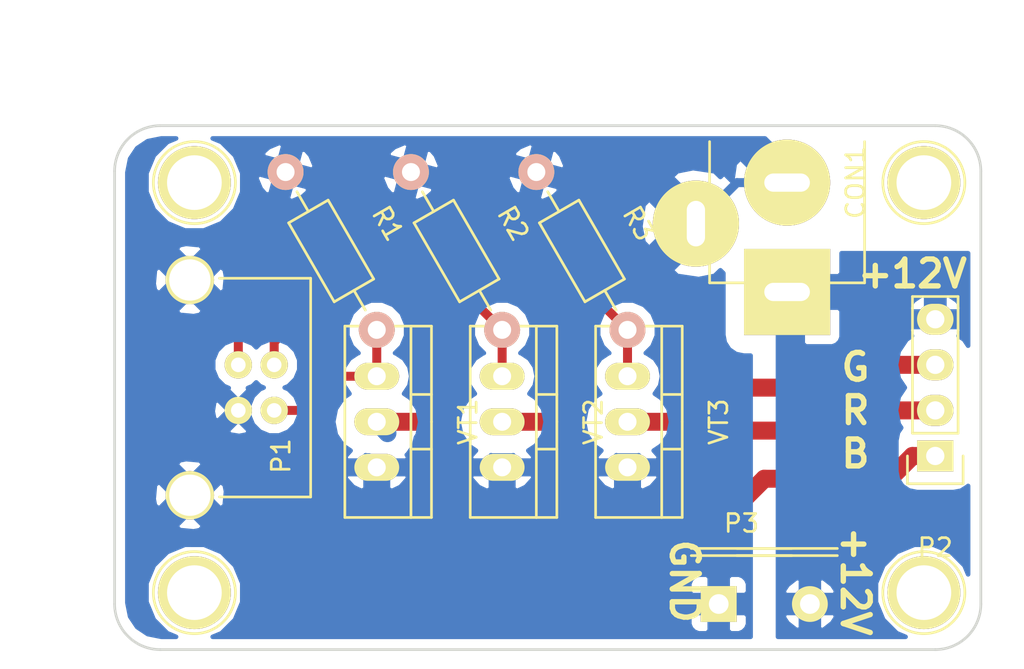
<source format=kicad_pcb>
(kicad_pcb (version 4) (host pcbnew 4.0.1-stable)

  (general
    (links 22)
    (no_connects 0)
    (area 111.994999 80.943809 171.008334 120.139)
    (thickness 1.6)
    (drawings 12)
    (tracks 46)
    (zones 0)
    (modules 14)
    (nets 9)
  )

  (page A4)
  (layers
    (0 F.Cu signal)
    (31 B.Cu signal)
    (32 B.Adhes user)
    (33 F.Adhes user)
    (34 B.Paste user)
    (35 F.Paste user)
    (36 B.SilkS user)
    (37 F.SilkS user)
    (38 B.Mask user)
    (39 F.Mask user)
    (40 Dwgs.User user)
    (41 Cmts.User user)
    (42 Eco1.User user)
    (43 Eco2.User user)
    (44 Edge.Cuts user)
    (45 Margin user)
    (46 B.CrtYd user)
    (47 F.CrtYd user)
    (48 B.Fab user)
    (49 F.Fab user)
  )

  (setup
    (last_trace_width 0.5)
    (trace_clearance 0.2)
    (zone_clearance 0.508)
    (zone_45_only yes)
    (trace_min 0.2)
    (segment_width 0.2)
    (edge_width 0.15)
    (via_size 0.6)
    (via_drill 0.4)
    (via_min_size 0.4)
    (via_min_drill 0.3)
    (uvia_size 0.3)
    (uvia_drill 0.1)
    (uvias_allowed no)
    (uvia_min_size 0.2)
    (uvia_min_drill 0.1)
    (pcb_text_width 0.3)
    (pcb_text_size 1.5 1.5)
    (mod_edge_width 0.15)
    (mod_text_size 1 1)
    (mod_text_width 0.15)
    (pad_size 1.524 1.524)
    (pad_drill 0.762)
    (pad_to_mask_clearance 0.2)
    (aux_axis_origin 116.84 88.9)
    (grid_origin 116.84 88.9)
    (visible_elements FFFFFF7F)
    (pcbplotparams
      (layerselection 0x010f0_80000001)
      (usegerberextensions true)
      (usegerberattributes true)
      (excludeedgelayer true)
      (linewidth 0.100000)
      (plotframeref false)
      (viasonmask false)
      (mode 1)
      (useauxorigin false)
      (hpglpennumber 1)
      (hpglpenspeed 20)
      (hpglpendiameter 15)
      (hpglpenoverlay 2)
      (psnegative false)
      (psa4output false)
      (plotreference true)
      (plotvalue true)
      (plotinvisibletext false)
      (padsonsilk false)
      (subtractmaskfromsilk false)
      (outputformat 1)
      (mirror false)
      (drillshape 0)
      (scaleselection 1)
      (outputdirectory elecrow/))
  )

  (net 0 "")
  (net 1 Earth)
  (net 2 "Net-(CON1-Pad1)")
  (net 3 "Net-(P1-Pad2)")
  (net 4 "Net-(P1-Pad1)")
  (net 5 "Net-(P1-Pad3)")
  (net 6 "Net-(P2-Pad2)")
  (net 7 "Net-(P2-Pad3)")
  (net 8 "Net-(P2-Pad1)")

  (net_class Default "This is the default net class."
    (clearance 0.2)
    (trace_width 0.5)
    (via_dia 0.6)
    (via_drill 0.4)
    (uvia_dia 0.3)
    (uvia_drill 0.1)
    (add_net Earth)
    (add_net "Net-(P1-Pad1)")
    (add_net "Net-(P1-Pad2)")
    (add_net "Net-(P1-Pad3)")
  )

  (net_class 12V ""
    (clearance 1)
    (trace_width 1)
    (via_dia 0.6)
    (via_drill 0.4)
    (uvia_dia 0.3)
    (uvia_drill 0.1)
    (add_net "Net-(CON1-Pad1)")
    (add_net "Net-(P2-Pad1)")
    (add_net "Net-(P2-Pad2)")
    (add_net "Net-(P2-Pad3)")
  )

  (module Terminal_Blocks:TerminalBlock_Pheonix_MPT-2.54mm_2pol (layer F.Cu) (tedit 569FD182) (tstamp 569C1968)
    (at 153.035 115.57)
    (descr "2-way 2.54mm pitch terminal block, Phoenix MPT series")
    (path /569C18CF)
    (fp_text reference P3 (at 1.27 -4.50088) (layer F.SilkS)
      (effects (font (size 1 1) (thickness 0.15)))
    )
    (fp_text value CONN_01X02 (at 2.54 2.794) (layer F.Fab)
      (effects (font (size 1 1) (thickness 0.15)))
    )
    (fp_line (start 0.84 -3.3) (end 6.84 -3.3) (layer F.CrtYd) (width 0.05))
    (fp_line (start 1.01092 -2.70002) (end 6.60908 -2.70002) (layer F.SilkS) (width 0.15))
    (fp_line (start 6.60908 -3.0988) (end 1.01092 -3.0988) (layer F.SilkS) (width 0.15))
    (fp_line (start -1.7 -3.3) (end 4.3 -3.3) (layer F.CrtYd) (width 0.05))
    (fp_line (start -1.52908 -2.70002) (end 4.06908 -2.70002) (layer F.SilkS) (width 0.15))
    (fp_line (start 4.06908 -3.0988) (end -1.52908 -3.0988) (layer F.SilkS) (width 0.15))
    (pad 2 thru_hole oval (at 5.08 0) (size 1.99898 1.99898) (drill 1.09728) (layers *.Cu *.Mask F.SilkS)
      (net 2 "Net-(CON1-Pad1)"))
    (pad 1 thru_hole rect (at 0 0) (size 1.99898 1.99898) (drill 1.09728) (layers *.Cu *.Mask F.SilkS)
      (net 1 Earth))
    (model Terminal_Blocks.3dshapes/TerminalBlock_Pheonix_MPT-2.54mm_2pol.wrl
      (at (xyz 0.05 0 0))
      (scale (xyz 1 1 1))
      (rotate (xyz 0 0 0))
    )
  )

  (module Connect:JACK_ALIM (layer F.Cu) (tedit 569D4A07) (tstamp 569BF333)
    (at 156.845 92.075 270)
    (descr "module 1 pin (ou trou mecanique de percage)")
    (tags "CONN JACK")
    (path /569BFB48)
    (fp_text reference CON1 (at 0 -3.81 270) (layer F.SilkS)
      (effects (font (size 1 1) (thickness 0.15)))
    )
    (fp_text value BARREL_JACK (at -5.08 5.588 270) (layer F.Fab)
      (effects (font (size 1 1) (thickness 0.15)))
    )
    (fp_line (start 5.588 4.318) (end -2.286 4.318) (layer F.SilkS) (width 0.15))
    (fp_line (start 5.588 -4.318) (end -2.286 -4.318) (layer F.SilkS) (width 0.15))
    (fp_line (start 5.588 -4.318) (end 5.588 4.318) (layer F.SilkS) (width 0.15))
    (pad 2 thru_hole circle (at 0 0 270) (size 4.8006 4.8006) (drill oval 1.016 2.54) (layers *.Cu *.Mask F.SilkS)
      (net 1 Earth))
    (pad 1 thru_hole rect (at 6.096 0 270) (size 4.8006 4.8006) (drill oval 1.016 2.54) (layers *.Cu *.Mask F.SilkS)
      (net 2 "Net-(CON1-Pad1)"))
    (pad 3 thru_hole circle (at 2.286 5.08 270) (size 4.8006 4.8006) (drill oval 2.54 1.016) (layers *.Cu *.Mask F.SilkS)
      (net 1 Earth))
    (model Connect.3dshapes/JACK_ALIM.wrl
      (at (xyz 0 0 0))
      (scale (xyz 0.8 0.8 0.8))
      (rotate (xyz 0 0 0))
    )
  )

  (module Connect:USB_B (layer F.Cu) (tedit 569D46E1) (tstamp 569BF33D)
    (at 128.27 104.775 180)
    (descr "USB B connector")
    (tags "USB_B USB_DEV")
    (path /569BE98E)
    (fp_text reference P1 (at -0.381 -2.54 270) (layer F.SilkS)
      (effects (font (size 1 1) (thickness 0.15)))
    )
    (fp_text value USB_B (at 4.699 1.27 270) (layer F.Fab)
      (effects (font (size 1 1) (thickness 0.15)))
    )
    (fp_line (start 15.25 8.9) (end -2.3 8.9) (layer F.CrtYd) (width 0.05))
    (fp_line (start -2.3 8.9) (end -2.3 -6.35) (layer F.CrtYd) (width 0.05))
    (fp_line (start -2.3 -6.35) (end 15.25 -6.35) (layer F.CrtYd) (width 0.05))
    (fp_line (start 15.25 -6.35) (end 15.25 8.9) (layer F.CrtYd) (width 0.05))
    (fp_line (start -2.032 7.366) (end 3.048 7.366) (layer F.SilkS) (width 0.15))
    (fp_line (start -2.032 -4.826) (end 3.048 -4.826) (layer F.SilkS) (width 0.15))
    (fp_line (start -2.032 7.366) (end -2.032 -4.826) (layer F.SilkS) (width 0.15))
    (pad 2 thru_hole circle (at 0 2.54 90) (size 1.524 1.524) (drill 0.8128) (layers *.Cu *.Mask F.SilkS)
      (net 3 "Net-(P1-Pad2)"))
    (pad 1 thru_hole circle (at 0 0 90) (size 1.524 1.524) (drill 0.8128) (layers *.Cu *.Mask F.SilkS)
      (net 4 "Net-(P1-Pad1)"))
    (pad 4 thru_hole circle (at 1.99898 0 90) (size 1.524 1.524) (drill 0.8128) (layers *.Cu *.Mask F.SilkS)
      (net 1 Earth))
    (pad 3 thru_hole circle (at 1.99898 2.54 90) (size 1.524 1.524) (drill 0.8128) (layers *.Cu *.Mask F.SilkS)
      (net 5 "Net-(P1-Pad3)"))
    (pad 5 thru_hole circle (at 4.699 7.26948 90) (size 2.70002 2.70002) (drill 2.30124) (layers *.Cu *.Mask F.SilkS)
      (net 1 Earth))
    (pad 5 thru_hole circle (at 4.699 -4.72948 90) (size 2.70002 2.70002) (drill 2.30124) (layers *.Cu *.Mask F.SilkS)
      (net 1 Earth))
    (model Connect.3dshapes/USB_B.wrl
      (at (xyz 0.185 -0.05 0.001))
      (scale (xyz 0.3937 0.3937 0.3937))
      (rotate (xyz 0 0 -90))
    )
  )

  (module Resistors_ThroughHole:Resistor_Horizontal_RM10mm (layer F.Cu) (tedit 569CF8D7) (tstamp 569BF34B)
    (at 131.445 95.885 300)
    (descr "Resistor, Axial,  RM 10mm, 1/3W,")
    (tags "Resistor, Axial, RM 10mm, 1/3W,")
    (path /569BEBE4)
    (fp_text reference R1 (at 0.24892 -3.50012 300) (layer F.SilkS)
      (effects (font (size 1 1) (thickness 0.15)))
    )
    (fp_text value 10k (at 0 0 300) (layer F.Fab)
      (effects (font (size 1 1) (thickness 0.15)))
    )
    (fp_line (start -2.54 -1.27) (end 2.54 -1.27) (layer F.SilkS) (width 0.15))
    (fp_line (start 2.54 -1.27) (end 2.54 1.27) (layer F.SilkS) (width 0.15))
    (fp_line (start 2.54 1.27) (end -2.54 1.27) (layer F.SilkS) (width 0.15))
    (fp_line (start -2.54 1.27) (end -2.54 -1.27) (layer F.SilkS) (width 0.15))
    (fp_line (start -2.54 0) (end -3.81 0) (layer F.SilkS) (width 0.15))
    (fp_line (start 2.54 0) (end 3.81 0) (layer F.SilkS) (width 0.15))
    (pad 1 thru_hole circle (at -5.08 0 300) (size 1.99898 1.99898) (drill 1.00076) (layers *.Cu *.SilkS *.Mask)
      (net 1 Earth))
    (pad 2 thru_hole circle (at 5.08 0 300) (size 1.99898 1.99898) (drill 1.00076) (layers *.Cu *.SilkS *.Mask)
      (net 4 "Net-(P1-Pad1)"))
    (model Resistors_ThroughHole.3dshapes/Resistor_Horizontal_RM10mm.wrl
      (at (xyz 0 0 0))
      (scale (xyz 0.4 0.4 0.4))
      (rotate (xyz 0 0 0))
    )
  )

  (module Resistors_ThroughHole:Resistor_Horizontal_RM10mm (layer F.Cu) (tedit 569CF8E0) (tstamp 569BF351)
    (at 138.43 95.885 300)
    (descr "Resistor, Axial,  RM 10mm, 1/3W,")
    (tags "Resistor, Axial, RM 10mm, 1/3W,")
    (path /569BEE20)
    (fp_text reference R2 (at 0.24892 -3.50012 300) (layer F.SilkS)
      (effects (font (size 1 1) (thickness 0.15)))
    )
    (fp_text value 10k (at 0 0 300) (layer F.Fab)
      (effects (font (size 1 1) (thickness 0.15)))
    )
    (fp_line (start -2.54 -1.27) (end 2.54 -1.27) (layer F.SilkS) (width 0.15))
    (fp_line (start 2.54 -1.27) (end 2.54 1.27) (layer F.SilkS) (width 0.15))
    (fp_line (start 2.54 1.27) (end -2.54 1.27) (layer F.SilkS) (width 0.15))
    (fp_line (start -2.54 1.27) (end -2.54 -1.27) (layer F.SilkS) (width 0.15))
    (fp_line (start -2.54 0) (end -3.81 0) (layer F.SilkS) (width 0.15))
    (fp_line (start 2.54 0) (end 3.81 0) (layer F.SilkS) (width 0.15))
    (pad 1 thru_hole circle (at -5.08 0 300) (size 1.99898 1.99898) (drill 1.00076) (layers *.Cu *.SilkS *.Mask)
      (net 1 Earth))
    (pad 2 thru_hole circle (at 5.08 0 300) (size 1.99898 1.99898) (drill 1.00076) (layers *.Cu *.SilkS *.Mask)
      (net 3 "Net-(P1-Pad2)"))
    (model Resistors_ThroughHole.3dshapes/Resistor_Horizontal_RM10mm.wrl
      (at (xyz 0 0 0))
      (scale (xyz 0.4 0.4 0.4))
      (rotate (xyz 0 0 0))
    )
  )

  (module Resistors_ThroughHole:Resistor_Horizontal_RM10mm (layer F.Cu) (tedit 569CF8EC) (tstamp 569BF357)
    (at 145.415 95.885 300)
    (descr "Resistor, Axial,  RM 10mm, 1/3W,")
    (tags "Resistor, Axial, RM 10mm, 1/3W,")
    (path /569BEE72)
    (fp_text reference R3 (at 0.24892 -3.50012 300) (layer F.SilkS)
      (effects (font (size 1 1) (thickness 0.15)))
    )
    (fp_text value 10k (at 0 0 300) (layer F.Fab)
      (effects (font (size 1 1) (thickness 0.15)))
    )
    (fp_line (start -2.54 -1.27) (end 2.54 -1.27) (layer F.SilkS) (width 0.15))
    (fp_line (start 2.54 -1.27) (end 2.54 1.27) (layer F.SilkS) (width 0.15))
    (fp_line (start 2.54 1.27) (end -2.54 1.27) (layer F.SilkS) (width 0.15))
    (fp_line (start -2.54 1.27) (end -2.54 -1.27) (layer F.SilkS) (width 0.15))
    (fp_line (start -2.54 0) (end -3.81 0) (layer F.SilkS) (width 0.15))
    (fp_line (start 2.54 0) (end 3.81 0) (layer F.SilkS) (width 0.15))
    (pad 1 thru_hole circle (at -5.08 0 300) (size 1.99898 1.99898) (drill 1.00076) (layers *.Cu *.SilkS *.Mask)
      (net 1 Earth))
    (pad 2 thru_hole circle (at 5.08 0 300) (size 1.99898 1.99898) (drill 1.00076) (layers *.Cu *.SilkS *.Mask)
      (net 5 "Net-(P1-Pad3)"))
    (model Resistors_ThroughHole.3dshapes/Resistor_Horizontal_RM10mm.wrl
      (at (xyz 0 0 0))
      (scale (xyz 0.4 0.4 0.4))
      (rotate (xyz 0 0 0))
    )
  )

  (module Connect:1pin (layer F.Cu) (tedit 569CFC22) (tstamp 569C31C3)
    (at 123.825 92.075)
    (descr "module 1 pin (ou trou mecanique de percage)")
    (tags DEV)
    (fp_text reference REF** (at 0 -3.048) (layer F.SilkS) hide
      (effects (font (size 1 1) (thickness 0.15)))
    )
    (fp_text value 1pin (at 0 2.794) (layer F.Fab)
      (effects (font (size 1 1) (thickness 0.15)))
    )
    (fp_circle (center 0 0) (end 0 -2.286) (layer F.SilkS) (width 0.15))
    (pad 1 thru_hole circle (at 0 0) (size 4.064 4.064) (drill 3.048) (layers *.Cu *.Mask F.SilkS))
  )

  (module Connect:1pin (layer F.Cu) (tedit 569CFC2D) (tstamp 569C3205)
    (at 123.825 114.935)
    (descr "module 1 pin (ou trou mecanique de percage)")
    (tags DEV)
    (fp_text reference REF** (at 0 -3.048) (layer F.SilkS) hide
      (effects (font (size 1 1) (thickness 0.15)))
    )
    (fp_text value 1pin (at 0 2.794) (layer F.Fab)
      (effects (font (size 1 1) (thickness 0.15)))
    )
    (fp_circle (center 0 0) (end 0 -2.286) (layer F.SilkS) (width 0.15))
    (pad 1 thru_hole circle (at 0 0) (size 4.064 4.064) (drill 3.048) (layers *.Cu *.Mask F.SilkS))
  )

  (module Connect:1pin (layer F.Cu) (tedit 569CFC10) (tstamp 569C3221)
    (at 164.465 114.935)
    (descr "module 1 pin (ou trou mecanique de percage)")
    (tags DEV)
    (fp_text reference REF** (at 0 -3.048) (layer F.SilkS) hide
      (effects (font (size 1 1) (thickness 0.15)))
    )
    (fp_text value 1pin (at 0 2.794) (layer F.Fab)
      (effects (font (size 1 1) (thickness 0.15)))
    )
    (fp_circle (center 0 0) (end 0 -2.286) (layer F.SilkS) (width 0.15))
    (pad 1 thru_hole circle (at 0 0) (size 4.064 4.064) (drill 3.048) (layers *.Cu *.Mask F.SilkS))
  )

  (module Connect:1pin (layer F.Cu) (tedit 569CFC18) (tstamp 569C323E)
    (at 164.465 92.075)
    (descr "module 1 pin (ou trou mecanique de percage)")
    (tags DEV)
    (fp_text reference REF** (at 0 -3.048) (layer F.SilkS) hide
      (effects (font (size 1 1) (thickness 0.15)))
    )
    (fp_text value 1pin (at 0 2.794) (layer F.Fab)
      (effects (font (size 1 1) (thickness 0.15)))
    )
    (fp_circle (center 0 0) (end 0 -2.286) (layer F.SilkS) (width 0.15))
    (pad 1 thru_hole circle (at 0 0) (size 4.064 4.064) (drill 3.048) (layers *.Cu *.Mask F.SilkS))
  )

  (module TO_SOT_Packages_THT:TO-220_Neutral123_Vertical (layer F.Cu) (tedit 0) (tstamp 569CEF71)
    (at 133.985 105.41 270)
    (descr "TO-220, Neutral, Vertical,")
    (tags "TO-220, Neutral, Vertical,")
    (path /569BE7A7)
    (fp_text reference VT1 (at 0 -5.08 270) (layer F.SilkS)
      (effects (font (size 1 1) (thickness 0.15)))
    )
    (fp_text value IRLZ44 (at 0 3.81 270) (layer F.Fab)
      (effects (font (size 1 1) (thickness 0.15)))
    )
    (fp_line (start -1.524 -3.048) (end -1.524 -1.905) (layer F.SilkS) (width 0.15))
    (fp_line (start 1.524 -3.048) (end 1.524 -1.905) (layer F.SilkS) (width 0.15))
    (fp_line (start 5.334 -1.905) (end 5.334 1.778) (layer F.SilkS) (width 0.15))
    (fp_line (start 5.334 1.778) (end -5.334 1.778) (layer F.SilkS) (width 0.15))
    (fp_line (start -5.334 1.778) (end -5.334 -1.905) (layer F.SilkS) (width 0.15))
    (fp_line (start 5.334 -3.048) (end 5.334 -1.905) (layer F.SilkS) (width 0.15))
    (fp_line (start 5.334 -1.905) (end -5.334 -1.905) (layer F.SilkS) (width 0.15))
    (fp_line (start -5.334 -1.905) (end -5.334 -3.048) (layer F.SilkS) (width 0.15))
    (fp_line (start 0 -3.048) (end -5.334 -3.048) (layer F.SilkS) (width 0.15))
    (fp_line (start 0 -3.048) (end 5.334 -3.048) (layer F.SilkS) (width 0.15))
    (pad 2 thru_hole oval (at 0 0) (size 2.49936 1.50114) (drill 1.00076) (layers *.Cu *.Mask F.SilkS)
      (net 8 "Net-(P2-Pad1)"))
    (pad 1 thru_hole oval (at -2.54 0) (size 2.49936 1.50114) (drill 1.00076) (layers *.Cu *.Mask F.SilkS)
      (net 4 "Net-(P1-Pad1)"))
    (pad 3 thru_hole oval (at 2.54 0) (size 2.49936 1.50114) (drill 1.00076) (layers *.Cu *.Mask F.SilkS)
      (net 1 Earth))
    (model TO_SOT_Packages_THT.3dshapes/TO-220_Neutral123_Vertical.wrl
      (at (xyz 0 0 0))
      (scale (xyz 0.3937 0.3937 0.3937))
      (rotate (xyz 0 0 0))
    )
  )

  (module TO_SOT_Packages_THT:TO-220_Neutral123_Vertical (layer F.Cu) (tedit 0) (tstamp 569CEF77)
    (at 140.97 105.41 270)
    (descr "TO-220, Neutral, Vertical,")
    (tags "TO-220, Neutral, Vertical,")
    (path /569BE810)
    (fp_text reference VT2 (at 0 -5.08 270) (layer F.SilkS)
      (effects (font (size 1 1) (thickness 0.15)))
    )
    (fp_text value IRLZ44 (at 0 3.81 270) (layer F.Fab)
      (effects (font (size 1 1) (thickness 0.15)))
    )
    (fp_line (start -1.524 -3.048) (end -1.524 -1.905) (layer F.SilkS) (width 0.15))
    (fp_line (start 1.524 -3.048) (end 1.524 -1.905) (layer F.SilkS) (width 0.15))
    (fp_line (start 5.334 -1.905) (end 5.334 1.778) (layer F.SilkS) (width 0.15))
    (fp_line (start 5.334 1.778) (end -5.334 1.778) (layer F.SilkS) (width 0.15))
    (fp_line (start -5.334 1.778) (end -5.334 -1.905) (layer F.SilkS) (width 0.15))
    (fp_line (start 5.334 -3.048) (end 5.334 -1.905) (layer F.SilkS) (width 0.15))
    (fp_line (start 5.334 -1.905) (end -5.334 -1.905) (layer F.SilkS) (width 0.15))
    (fp_line (start -5.334 -1.905) (end -5.334 -3.048) (layer F.SilkS) (width 0.15))
    (fp_line (start 0 -3.048) (end -5.334 -3.048) (layer F.SilkS) (width 0.15))
    (fp_line (start 0 -3.048) (end 5.334 -3.048) (layer F.SilkS) (width 0.15))
    (pad 2 thru_hole oval (at 0 0) (size 2.49936 1.50114) (drill 1.00076) (layers *.Cu *.Mask F.SilkS)
      (net 6 "Net-(P2-Pad2)"))
    (pad 1 thru_hole oval (at -2.54 0) (size 2.49936 1.50114) (drill 1.00076) (layers *.Cu *.Mask F.SilkS)
      (net 3 "Net-(P1-Pad2)"))
    (pad 3 thru_hole oval (at 2.54 0) (size 2.49936 1.50114) (drill 1.00076) (layers *.Cu *.Mask F.SilkS)
      (net 1 Earth))
    (model TO_SOT_Packages_THT.3dshapes/TO-220_Neutral123_Vertical.wrl
      (at (xyz 0 0 0))
      (scale (xyz 0.3937 0.3937 0.3937))
      (rotate (xyz 0 0 0))
    )
  )

  (module TO_SOT_Packages_THT:TO-220_Neutral123_Vertical (layer F.Cu) (tedit 0) (tstamp 569CEF7D)
    (at 147.955 105.41 270)
    (descr "TO-220, Neutral, Vertical,")
    (tags "TO-220, Neutral, Vertical,")
    (path /569BE85F)
    (fp_text reference VT3 (at 0 -5.08 270) (layer F.SilkS)
      (effects (font (size 1 1) (thickness 0.15)))
    )
    (fp_text value IRLZ44 (at 0 3.81 270) (layer F.Fab)
      (effects (font (size 1 1) (thickness 0.15)))
    )
    (fp_line (start -1.524 -3.048) (end -1.524 -1.905) (layer F.SilkS) (width 0.15))
    (fp_line (start 1.524 -3.048) (end 1.524 -1.905) (layer F.SilkS) (width 0.15))
    (fp_line (start 5.334 -1.905) (end 5.334 1.778) (layer F.SilkS) (width 0.15))
    (fp_line (start 5.334 1.778) (end -5.334 1.778) (layer F.SilkS) (width 0.15))
    (fp_line (start -5.334 1.778) (end -5.334 -1.905) (layer F.SilkS) (width 0.15))
    (fp_line (start 5.334 -3.048) (end 5.334 -1.905) (layer F.SilkS) (width 0.15))
    (fp_line (start 5.334 -1.905) (end -5.334 -1.905) (layer F.SilkS) (width 0.15))
    (fp_line (start -5.334 -1.905) (end -5.334 -3.048) (layer F.SilkS) (width 0.15))
    (fp_line (start 0 -3.048) (end -5.334 -3.048) (layer F.SilkS) (width 0.15))
    (fp_line (start 0 -3.048) (end 5.334 -3.048) (layer F.SilkS) (width 0.15))
    (pad 2 thru_hole oval (at 0 0) (size 2.49936 1.50114) (drill 1.00076) (layers *.Cu *.Mask F.SilkS)
      (net 7 "Net-(P2-Pad3)"))
    (pad 1 thru_hole oval (at -2.54 0) (size 2.49936 1.50114) (drill 1.00076) (layers *.Cu *.Mask F.SilkS)
      (net 5 "Net-(P1-Pad3)"))
    (pad 3 thru_hole oval (at 2.54 0) (size 2.49936 1.50114) (drill 1.00076) (layers *.Cu *.Mask F.SilkS)
      (net 1 Earth))
    (model TO_SOT_Packages_THT.3dshapes/TO-220_Neutral123_Vertical.wrl
      (at (xyz 0 0 0))
      (scale (xyz 0.3937 0.3937 0.3937))
      (rotate (xyz 0 0 0))
    )
  )

  (module Pin_Headers:Pin_Header_Straight_1x04 (layer F.Cu) (tedit 0) (tstamp 569FD760)
    (at 165.1 107.315 180)
    (descr "Through hole pin header")
    (tags "pin header")
    (path /569BF4B4)
    (fp_text reference P2 (at 0 -5.1 180) (layer F.SilkS)
      (effects (font (size 1 1) (thickness 0.15)))
    )
    (fp_text value CONN_01X04 (at 0 -3.1 180) (layer F.Fab)
      (effects (font (size 1 1) (thickness 0.15)))
    )
    (fp_line (start -1.75 -1.75) (end -1.75 9.4) (layer F.CrtYd) (width 0.05))
    (fp_line (start 1.75 -1.75) (end 1.75 9.4) (layer F.CrtYd) (width 0.05))
    (fp_line (start -1.75 -1.75) (end 1.75 -1.75) (layer F.CrtYd) (width 0.05))
    (fp_line (start -1.75 9.4) (end 1.75 9.4) (layer F.CrtYd) (width 0.05))
    (fp_line (start -1.27 1.27) (end -1.27 8.89) (layer F.SilkS) (width 0.15))
    (fp_line (start 1.27 1.27) (end 1.27 8.89) (layer F.SilkS) (width 0.15))
    (fp_line (start 1.55 -1.55) (end 1.55 0) (layer F.SilkS) (width 0.15))
    (fp_line (start -1.27 8.89) (end 1.27 8.89) (layer F.SilkS) (width 0.15))
    (fp_line (start 1.27 1.27) (end -1.27 1.27) (layer F.SilkS) (width 0.15))
    (fp_line (start -1.55 0) (end -1.55 -1.55) (layer F.SilkS) (width 0.15))
    (fp_line (start -1.55 -1.55) (end 1.55 -1.55) (layer F.SilkS) (width 0.15))
    (pad 1 thru_hole rect (at 0 0 180) (size 2.032 1.7272) (drill 1.016) (layers *.Cu *.Mask F.SilkS)
      (net 8 "Net-(P2-Pad1)"))
    (pad 2 thru_hole oval (at 0 2.54 180) (size 2.032 1.7272) (drill 1.016) (layers *.Cu *.Mask F.SilkS)
      (net 6 "Net-(P2-Pad2)"))
    (pad 3 thru_hole oval (at 0 5.08 180) (size 2.032 1.7272) (drill 1.016) (layers *.Cu *.Mask F.SilkS)
      (net 7 "Net-(P2-Pad3)"))
    (pad 4 thru_hole oval (at 0 7.62 180) (size 2.032 1.7272) (drill 1.016) (layers *.Cu *.Mask F.SilkS)
      (net 2 "Net-(CON1-Pad1)"))
    (model Pin_Headers.3dshapes/Pin_Header_Straight_1x04.wrl
      (at (xyz 0 -0.15 0))
      (scale (xyz 1 1 1))
      (rotate (xyz 0 0 90))
    )
  )

  (gr_text GND (at 151.13 114.3 270) (layer F.SilkS)
    (effects (font (size 1.5 1.5) (thickness 0.3)))
  )
  (gr_text +12V (at 160.655 114.3 270) (layer F.SilkS)
    (effects (font (size 1.5 1.5) (thickness 0.3)))
  )
  (gr_line (start 165.1 118.11) (end 121.92 118.11) (angle 90) (layer Edge.Cuts) (width 0.15))
  (gr_line (start 121.92 88.9) (end 165.1 88.9) (angle 90) (layer Edge.Cuts) (width 0.15))
  (gr_text "G\nR\nB" (at 160.655 104.775) (layer F.SilkS)
    (effects (font (size 1.5 1.5) (thickness 0.3)))
  )
  (gr_text +12V (at 163.83 97.155) (layer F.SilkS)
    (effects (font (size 1.5 1.5) (thickness 0.3)))
  )
  (gr_line (start 119.38 115.57) (end 119.38 91.44) (angle 90) (layer Edge.Cuts) (width 0.15))
  (gr_line (start 167.64 115.57) (end 167.64 91.44) (angle 90) (layer Edge.Cuts) (width 0.15))
  (gr_arc (start 165.1 115.57) (end 167.64 115.57) (angle 90) (layer Edge.Cuts) (width 0.15))
  (gr_arc (start 165.1 91.44) (end 165.1 88.9) (angle 90) (layer Edge.Cuts) (width 0.15))
  (gr_arc (start 121.92 115.57) (end 121.92 118.11) (angle 90) (layer Edge.Cuts) (width 0.15))
  (gr_arc (start 121.92 91.44) (end 119.38 91.44) (angle 90) (layer Edge.Cuts) (width 0.15))

  (segment (start 156.845 92.075) (end 154.051 92.075) (width 0.5) (layer B.Cu) (net 1))
  (segment (start 154.051 92.075) (end 151.765 94.361) (width 0.5) (layer B.Cu) (net 1) (tstamp 569D4606))
  (segment (start 156.845 98.171) (end 157.861 98.171) (width 1) (layer F.Cu) (net 2))
  (segment (start 156.845 98.171) (end 156.845 100.33) (width 1) (layer F.Cu) (net 2) (tstamp 569C325A) (status 30))
  (segment (start 156.845 100.33) (end 156.845 98.171) (width 1) (layer F.Cu) (net 2) (tstamp 569C325B) (status 30))
  (segment (start 156.845 98.171) (end 155.575 99.441) (width 1) (layer F.Cu) (net 2) (status 30))
  (segment (start 156.845 98.171) (end 158.115 99.441) (width 1) (layer F.Cu) (net 2) (status 30))
  (segment (start 128.27 102.235) (end 128.27 100.965) (width 0.5) (layer F.Cu) (net 3))
  (segment (start 138.475591 97.79) (end 140.97 100.284409) (width 0.5) (layer F.Cu) (net 3) (tstamp 569D1587))
  (segment (start 131.445 97.79) (end 138.475591 97.79) (width 0.5) (layer F.Cu) (net 3) (tstamp 569D1584))
  (segment (start 128.27 100.965) (end 131.445 97.79) (width 0.5) (layer F.Cu) (net 3) (tstamp 569D1581))
  (segment (start 128.27 102.235) (end 128.27 101.6) (width 0.5) (layer F.Cu) (net 3))
  (segment (start 140.97 100.284409) (end 140.97 102.87) (width 0.5) (layer F.Cu) (net 3) (tstamp 569D1475) (status 10))
  (segment (start 133.985 100.284409) (end 133.985 102.87) (width 0.5) (layer F.Cu) (net 4) (status 10))
  (segment (start 128.27 104.775) (end 130.175 104.775) (width 0.5) (layer F.Cu) (net 4) (status 10))
  (segment (start 132.08 102.87) (end 133.985 102.87) (width 0.5) (layer F.Cu) (net 4) (tstamp 569CF591) (status 20))
  (segment (start 130.175 104.775) (end 132.08 102.87) (width 0.5) (layer F.Cu) (net 4) (tstamp 569CF58F))
  (segment (start 126.27102 102.235) (end 126.27102 99.78898) (width 0.5) (layer F.Cu) (net 5))
  (segment (start 144.190591 96.52) (end 147.955 100.284409) (width 0.5) (layer F.Cu) (net 5) (tstamp 569D1593))
  (segment (start 129.54 96.52) (end 144.190591 96.52) (width 0.5) (layer F.Cu) (net 5) (tstamp 569D158C))
  (segment (start 126.27102 99.78898) (end 129.54 96.52) (width 0.5) (layer F.Cu) (net 5) (tstamp 569D158B))
  (segment (start 147.955 100.284409) (end 147.955 102.87) (width 0.5) (layer F.Cu) (net 5) (tstamp 569D1483) (status 10))
  (segment (start 126.27102 102.235) (end 126.365 102.14102) (width 0.5) (layer F.Cu) (net 5) (status 30))
  (segment (start 126.27102 102.235) (end 126.365 102.235) (width 0.5) (layer F.Cu) (net 5) (status 30))
  (segment (start 140.97 105.41) (end 144.145 105.41) (width 1) (layer F.Cu) (net 6))
  (segment (start 162.84843 104.775) (end 165.1 104.775) (width 1) (layer F.Cu) (net 6) (tstamp 569D15E4))
  (segment (start 161.722645 105.900785) (end 162.84843 104.775) (width 1) (layer F.Cu) (net 6) (tstamp 569D15E1))
  (segment (start 154.449215 105.900785) (end 161.722645 105.900785) (width 1) (layer F.Cu) (net 6) (tstamp 569D15DE))
  (segment (start 149.225 111.125) (end 154.449215 105.900785) (width 1) (layer F.Cu) (net 6) (tstamp 569D15DC))
  (segment (start 145.415 111.125) (end 149.225 111.125) (width 1) (layer F.Cu) (net 6) (tstamp 569D15D7))
  (segment (start 144.145 109.855) (end 145.415 111.125) (width 1) (layer F.Cu) (net 6) (tstamp 569D15D5))
  (segment (start 144.145 105.41) (end 144.145 109.855) (width 1) (layer F.Cu) (net 6) (tstamp 569D15D3))
  (segment (start 165.1 102.235) (end 162.56 102.235) (width 1) (layer F.Cu) (net 7))
  (segment (start 151.765 105.41) (end 147.955 105.41) (width 1) (layer F.Cu) (net 7) (tstamp 569D15C3))
  (segment (start 153.67 103.505) (end 151.765 105.41) (width 1) (layer F.Cu) (net 7) (tstamp 569D15C0))
  (segment (start 161.29 103.505) (end 153.67 103.505) (width 1) (layer F.Cu) (net 7) (tstamp 569D15BF))
  (segment (start 162.56 102.235) (end 161.29 103.505) (width 1) (layer F.Cu) (net 7) (tstamp 569D15AF))
  (segment (start 133.985 105.41) (end 137.16 105.41) (width 1) (layer F.Cu) (net 8))
  (segment (start 163.83 107.315) (end 165.1 107.315) (width 1) (layer F.Cu) (net 8) (tstamp 569D15FF))
  (segment (start 162.56 108.585) (end 163.83 107.315) (width 1) (layer F.Cu) (net 8) (tstamp 569D15FC))
  (segment (start 155.575 108.585) (end 162.56 108.585) (width 1) (layer F.Cu) (net 8) (tstamp 569D15F9))
  (segment (start 150.495 113.665) (end 155.575 108.585) (width 1) (layer F.Cu) (net 8) (tstamp 569D15F2))
  (segment (start 140.97 113.665) (end 150.495 113.665) (width 1) (layer F.Cu) (net 8) (tstamp 569D15ED))
  (segment (start 137.16 109.855) (end 140.97 113.665) (width 1) (layer F.Cu) (net 8) (tstamp 569D15E9))
  (segment (start 137.16 105.41) (end 137.16 109.855) (width 1) (layer F.Cu) (net 8) (tstamp 569D15E8))
  (segment (start 133.985 105.41) (end 134.580897 106.044656) (width 1) (layer B.Cu) (net 8) (status 30))

  (zone (net 1) (net_name Earth) (layer B.Cu) (tstamp 569D1672) (hatch edge 0.508)
    (connect_pads (clearance 0.508))
    (min_thickness 0.254)
    (fill yes (arc_segments 16) (thermal_gap 0.508) (thermal_bridge_width 2))
    (polygon
      (pts
        (xy 154.94 93.98) (xy 154.94 106.68) (xy 154.94 118.11) (xy 119.38 118.11) (xy 119.38 88.9)
        (xy 156.845 88.9) (xy 156.845 93.98)
      )
    )
    (filled_polygon
      (pts
        (xy 122.316239 89.812709) (xy 121.565345 90.562293) (xy 121.158464 91.542173) (xy 121.157538 92.603172) (xy 121.562709 93.583761)
        (xy 122.312293 94.334655) (xy 123.292173 94.741536) (xy 124.353172 94.742462) (xy 124.89941 94.516761) (xy 148.674157 94.516761)
        (xy 148.849826 95.39991) (xy 149.165518 95.725873) (xy 150.530392 94.361) (xy 149.165518 92.996127) (xy 148.849826 93.32209)
        (xy 148.674157 94.516761) (xy 124.89941 94.516761) (xy 125.333761 94.337291) (xy 126.084655 93.587707) (xy 126.333261 92.988996)
        (xy 129.019538 92.988996) (xy 129.235826 93.118936) (xy 129.546456 92.988996) (xy 136.004538 92.988996) (xy 136.220826 93.118936)
        (xy 136.531456 92.988996) (xy 142.989538 92.988996) (xy 143.205826 93.118936) (xy 143.805697 92.868004) (xy 144.124105 92.588767)
        (xy 144.119718 92.336486) (xy 143.228373 92.097651) (xy 142.989538 92.988996) (xy 136.531456 92.988996) (xy 136.820697 92.868004)
        (xy 137.139105 92.588767) (xy 137.134718 92.336486) (xy 136.243373 92.097651) (xy 136.004538 92.988996) (xy 129.546456 92.988996)
        (xy 129.835697 92.868004) (xy 130.154105 92.588767) (xy 130.149718 92.336486) (xy 129.258373 92.097651) (xy 129.019538 92.988996)
        (xy 126.333261 92.988996) (xy 126.491536 92.607827) (xy 126.492226 91.816417) (xy 127.271655 91.816417) (xy 127.522587 92.416288)
        (xy 127.801824 92.734696) (xy 128.054105 92.730309) (xy 128.29294 91.838964) (xy 128.208794 91.816417) (xy 134.256655 91.816417)
        (xy 134.507587 92.416288) (xy 134.786824 92.734696) (xy 135.039105 92.730309) (xy 135.27794 91.838964) (xy 135.193794 91.816417)
        (xy 141.241655 91.816417) (xy 141.492587 92.416288) (xy 141.771824 92.734696) (xy 142.024105 92.730309) (xy 142.26294 91.838964)
        (xy 141.371595 91.600129) (xy 141.241655 91.816417) (xy 135.193794 91.816417) (xy 134.386595 91.600129) (xy 134.256655 91.816417)
        (xy 128.208794 91.816417) (xy 127.401595 91.600129) (xy 127.271655 91.816417) (xy 126.492226 91.816417) (xy 126.492462 91.546828)
        (xy 126.321149 91.132218) (xy 129.51706 91.132218) (xy 130.408405 91.371053) (xy 130.538345 91.154765) (xy 130.528914 91.132218)
        (xy 136.50206 91.132218) (xy 137.393405 91.371053) (xy 137.523345 91.154765) (xy 137.513914 91.132218) (xy 143.48706 91.132218)
        (xy 144.378405 91.371053) (xy 144.508345 91.154765) (xy 144.257413 90.554894) (xy 143.978176 90.236486) (xy 143.725895 90.240873)
        (xy 143.48706 91.132218) (xy 137.513914 91.132218) (xy 137.272413 90.554894) (xy 137.121153 90.382415) (xy 141.625895 90.382415)
        (xy 141.630282 90.634696) (xy 142.521627 90.873531) (xy 142.760462 89.982186) (xy 142.544174 89.852246) (xy 141.944303 90.103178)
        (xy 141.625895 90.382415) (xy 137.121153 90.382415) (xy 136.993176 90.236486) (xy 136.740895 90.240873) (xy 136.50206 91.132218)
        (xy 130.528914 91.132218) (xy 130.287413 90.554894) (xy 130.136153 90.382415) (xy 134.640895 90.382415) (xy 134.645282 90.634696)
        (xy 135.536627 90.873531) (xy 135.775462 89.982186) (xy 135.559174 89.852246) (xy 134.959303 90.103178) (xy 134.640895 90.382415)
        (xy 130.136153 90.382415) (xy 130.008176 90.236486) (xy 129.755895 90.240873) (xy 129.51706 91.132218) (xy 126.321149 91.132218)
        (xy 126.087291 90.566239) (xy 125.903788 90.382415) (xy 127.655895 90.382415) (xy 127.660282 90.634696) (xy 128.551627 90.873531)
        (xy 128.790462 89.982186) (xy 128.574174 89.852246) (xy 127.974303 90.103178) (xy 127.655895 90.382415) (xy 125.903788 90.382415)
        (xy 125.337707 89.815345) (xy 124.84318 89.61) (xy 155.614609 89.61) (xy 156.718 90.713392) (xy 156.718 93.210893)
        (xy 155.59625 92.089143) (xy 155.610392 92.075) (xy 154.245518 90.710127) (xy 153.929826 91.03609) (xy 153.786685 92.009545)
        (xy 153.334264 91.557124) (xy 153.129872 91.761517) (xy 152.80391 91.445826) (xy 151.609239 91.270157) (xy 150.72609 91.445826)
        (xy 150.400127 91.761518) (xy 151.765 93.126392) (xy 151.779142 93.112249) (xy 153.013751 94.346858) (xy 152.999608 94.361)
        (xy 153.013751 94.375143) (xy 151.779142 95.609751) (xy 151.765 95.595608) (xy 150.400127 96.960482) (xy 150.72609 97.276174)
        (xy 151.920761 97.451843) (xy 152.80391 97.276174) (xy 153.129872 96.960483) (xy 153.295621 97.126233) (xy 153.295621 100.5713)
        (xy 153.374206 100.988941) (xy 153.621031 101.372519) (xy 153.997644 101.629848) (xy 154.4447 101.720379) (xy 154.813 101.720379)
        (xy 154.813 117.4) (xy 124.843168 117.4) (xy 125.333761 117.197291) (xy 126.084655 116.447707) (xy 126.175679 116.228495)
        (xy 151.40051 116.228495) (xy 151.40051 116.6958) (xy 151.497183 116.929189) (xy 151.675812 117.107817) (xy 151.909201 117.20449)
        (xy 152.376505 117.20449) (xy 152.535255 117.04574) (xy 152.535255 116.069745) (xy 153.534745 116.069745) (xy 153.534745 117.04574)
        (xy 153.693495 117.20449) (xy 154.160799 117.20449) (xy 154.394188 117.107817) (xy 154.572817 116.929189) (xy 154.66949 116.6958)
        (xy 154.66949 116.228495) (xy 154.51074 116.069745) (xy 153.534745 116.069745) (xy 152.535255 116.069745) (xy 151.55926 116.069745)
        (xy 151.40051 116.228495) (xy 126.175679 116.228495) (xy 126.491536 115.467827) (xy 126.492429 114.4442) (xy 151.40051 114.4442)
        (xy 151.40051 114.911505) (xy 151.55926 115.070255) (xy 152.535255 115.070255) (xy 152.535255 114.09426) (xy 153.534745 114.09426)
        (xy 153.534745 115.070255) (xy 154.51074 115.070255) (xy 154.66949 114.911505) (xy 154.66949 114.4442) (xy 154.572817 114.210811)
        (xy 154.394188 114.032183) (xy 154.160799 113.93551) (xy 153.693495 113.93551) (xy 153.534745 114.09426) (xy 152.535255 114.09426)
        (xy 152.376505 113.93551) (xy 151.909201 113.93551) (xy 151.675812 114.032183) (xy 151.497183 114.210811) (xy 151.40051 114.4442)
        (xy 126.492429 114.4442) (xy 126.492462 114.406828) (xy 126.087291 113.426239) (xy 125.337707 112.675345) (xy 124.357827 112.268464)
        (xy 123.296828 112.267538) (xy 122.316239 112.672709) (xy 121.565345 113.422293) (xy 121.158464 114.402173) (xy 121.157538 115.463172)
        (xy 121.562709 116.443761) (xy 122.312293 117.194655) (xy 122.80682 117.4) (xy 121.989931 117.4) (xy 121.225011 117.247848)
        (xy 120.63583 116.85417) (xy 120.242152 116.264989) (xy 120.09 115.500069) (xy 120.09 111.211242) (xy 122.818839 111.211242)
        (xy 122.995585 111.444857) (xy 123.781936 111.517357) (xy 124.146415 111.444857) (xy 124.323161 111.211242) (xy 123.571 110.459081)
        (xy 122.818839 111.211242) (xy 120.09 111.211242) (xy 120.09 109.715416) (xy 121.558123 109.715416) (xy 121.630623 110.079895)
        (xy 121.864238 110.256641) (xy 122.616399 109.50448) (xy 124.525601 109.50448) (xy 125.277762 110.256641) (xy 125.511377 110.079895)
        (xy 125.583877 109.293544) (xy 125.511377 108.929065) (xy 125.277762 108.752319) (xy 124.525601 109.50448) (xy 122.616399 109.50448)
        (xy 121.864238 108.752319) (xy 121.630623 108.929065) (xy 121.558123 109.715416) (xy 120.09 109.715416) (xy 120.09 107.797718)
        (xy 122.818839 107.797718) (xy 123.571 108.549879) (xy 123.591565 108.529314) (xy 132.22724 108.529314) (xy 132.314205 108.645869)
        (xy 132.669692 109.041283) (xy 133.149437 109.27056) (xy 133.36016 109.148185) (xy 133.36016 108.325285) (xy 134.60984 108.325285)
        (xy 134.60984 109.148185) (xy 134.820563 109.27056) (xy 135.300308 109.041283) (xy 135.655795 108.645869) (xy 135.74276 108.529314)
        (xy 139.21224 108.529314) (xy 139.299205 108.645869) (xy 139.654692 109.041283) (xy 140.134437 109.27056) (xy 140.34516 109.148185)
        (xy 140.34516 108.325285) (xy 141.59484 108.325285) (xy 141.59484 109.148185) (xy 141.805563 109.27056) (xy 142.285308 109.041283)
        (xy 142.640795 108.645869) (xy 142.72776 108.529314) (xy 146.19724 108.529314) (xy 146.284205 108.645869) (xy 146.639692 109.041283)
        (xy 147.119437 109.27056) (xy 147.33016 109.148185) (xy 147.33016 108.325285) (xy 148.57984 108.325285) (xy 148.57984 109.148185)
        (xy 148.790563 109.27056) (xy 149.270308 109.041283) (xy 149.625795 108.645869) (xy 149.71276 108.529314) (xy 149.62212 108.325285)
        (xy 148.57984 108.325285) (xy 147.33016 108.325285) (xy 146.28788 108.325285) (xy 146.19724 108.529314) (xy 142.72776 108.529314)
        (xy 142.63712 108.325285) (xy 141.59484 108.325285) (xy 140.34516 108.325285) (xy 139.30288 108.325285) (xy 139.21224 108.529314)
        (xy 135.74276 108.529314) (xy 135.65212 108.325285) (xy 134.60984 108.325285) (xy 133.36016 108.325285) (xy 132.31788 108.325285)
        (xy 132.22724 108.529314) (xy 123.591565 108.529314) (xy 124.323161 107.797718) (xy 124.146415 107.564103) (xy 123.360064 107.491603)
        (xy 122.995585 107.564103) (xy 122.818839 107.797718) (xy 120.09 107.797718) (xy 120.09 105.897821) (xy 125.687014 105.897821)
        (xy 125.772539 106.109295) (xy 126.321097 106.198489) (xy 126.769501 106.109295) (xy 126.855026 105.897821) (xy 126.27102 105.313815)
        (xy 125.687014 105.897821) (xy 120.09 105.897821) (xy 120.09 104.825077) (xy 124.847531 104.825077) (xy 124.936725 105.273481)
        (xy 125.148199 105.359006) (xy 125.732205 104.775) (xy 125.148199 104.190994) (xy 124.936725 104.276519) (xy 124.847531 104.825077)
        (xy 120.09 104.825077) (xy 120.09 102.511661) (xy 124.873778 102.511661) (xy 125.08601 103.025303) (xy 125.47865 103.418629)
        (xy 125.737926 103.52629) (xy 125.687014 103.652179) (xy 126.27102 104.236185) (xy 126.855026 103.652179) (xy 126.804112 103.526287)
        (xy 127.061323 103.42001) (xy 127.27053 103.211168) (xy 127.47763 103.418629) (xy 127.685512 103.504949) (xy 127.479697 103.58999)
        (xy 127.086371 103.98263) (xy 126.873243 104.4959) (xy 126.873055 104.71178) (xy 126.809835 104.775) (xy 126.872944 104.838109)
        (xy 126.872758 105.051661) (xy 127.08499 105.565303) (xy 127.47763 105.958629) (xy 127.9909 106.171757) (xy 128.546661 106.172242)
        (xy 129.060303 105.96001) (xy 129.453629 105.56737) (xy 129.518974 105.41) (xy 131.561758 105.41) (xy 131.70468 106.128515)
        (xy 132.111686 106.737642) (xy 132.528286 107.016005) (xy 132.314205 107.254131) (xy 132.22724 107.370686) (xy 132.31788 107.574715)
        (xy 133.36016 107.574715) (xy 133.36016 107.271822) (xy 133.439328 107.28757) (xy 133.575612 107.28757) (xy 133.911258 107.527462)
        (xy 134.529676 107.67085) (xy 135.107502 107.574715) (xy 135.65212 107.574715) (xy 135.74276 107.370686) (xy 135.65621 107.254687)
        (xy 135.694571 107.230767) (xy 136.063703 106.714295) (xy 136.164559 106.279315) (xy 136.26532 106.128515) (xy 136.408242 105.41)
        (xy 138.546758 105.41) (xy 138.68968 106.128515) (xy 139.096686 106.737642) (xy 139.513286 107.016005) (xy 139.299205 107.254131)
        (xy 139.21224 107.370686) (xy 139.30288 107.574715) (xy 140.34516 107.574715) (xy 140.34516 107.271822) (xy 140.424328 107.28757)
        (xy 141.515672 107.28757) (xy 141.59484 107.271822) (xy 141.59484 107.574715) (xy 142.63712 107.574715) (xy 142.72776 107.370686)
        (xy 142.640795 107.254131) (xy 142.426714 107.016005) (xy 142.843314 106.737642) (xy 143.25032 106.128515) (xy 143.393242 105.41)
        (xy 145.531758 105.41) (xy 145.67468 106.128515) (xy 146.081686 106.737642) (xy 146.498286 107.016005) (xy 146.284205 107.254131)
        (xy 146.19724 107.370686) (xy 146.28788 107.574715) (xy 147.33016 107.574715) (xy 147.33016 107.271822) (xy 147.409328 107.28757)
        (xy 148.500672 107.28757) (xy 148.57984 107.271822) (xy 148.57984 107.574715) (xy 149.62212 107.574715) (xy 149.71276 107.370686)
        (xy 149.625795 107.254131) (xy 149.411714 107.016005) (xy 149.828314 106.737642) (xy 150.23532 106.128515) (xy 150.378242 105.41)
        (xy 150.23532 104.691485) (xy 149.828314 104.082358) (xy 149.473683 103.845401) (xy 149.771133 103.400235) (xy 149.876603 102.87)
        (xy 149.771133 102.339765) (xy 149.470779 101.890254) (xy 149.021268 101.5899) (xy 148.97082 101.579865) (xy 149.339846 101.211482)
        (xy 149.589206 100.610956) (xy 149.589774 99.960715) (xy 149.341462 99.359754) (xy 148.882073 98.899563) (xy 148.281547 98.650203)
        (xy 147.631306 98.649635) (xy 147.030345 98.897947) (xy 146.570154 99.357336) (xy 146.320794 99.957862) (xy 146.320226 100.608103)
        (xy 146.568538 101.209064) (xy 146.938774 101.579946) (xy 146.888732 101.5899) (xy 146.439221 101.890254) (xy 146.138867 102.339765)
        (xy 146.033397 102.87) (xy 146.138867 103.400235) (xy 146.436317 103.845401) (xy 146.081686 104.082358) (xy 145.67468 104.691485)
        (xy 145.531758 105.41) (xy 143.393242 105.41) (xy 143.25032 104.691485) (xy 142.843314 104.082358) (xy 142.488683 103.845401)
        (xy 142.786133 103.400235) (xy 142.891603 102.87) (xy 142.786133 102.339765) (xy 142.485779 101.890254) (xy 142.036268 101.5899)
        (xy 141.98582 101.579865) (xy 142.354846 101.211482) (xy 142.604206 100.610956) (xy 142.604774 99.960715) (xy 142.356462 99.359754)
        (xy 141.897073 98.899563) (xy 141.296547 98.650203) (xy 140.646306 98.649635) (xy 140.045345 98.897947) (xy 139.585154 99.357336)
        (xy 139.335794 99.957862) (xy 139.335226 100.608103) (xy 139.583538 101.209064) (xy 139.953774 101.579946) (xy 139.903732 101.5899)
        (xy 139.454221 101.890254) (xy 139.153867 102.339765) (xy 139.048397 102.87) (xy 139.153867 103.400235) (xy 139.451317 103.845401)
        (xy 139.096686 104.082358) (xy 138.68968 104.691485) (xy 138.546758 105.41) (xy 136.408242 105.41) (xy 136.26532 104.691485)
        (xy 135.858314 104.082358) (xy 135.503683 103.845401) (xy 135.801133 103.400235) (xy 135.906603 102.87) (xy 135.801133 102.339765)
        (xy 135.500779 101.890254) (xy 135.051268 101.5899) (xy 135.00082 101.579865) (xy 135.369846 101.211482) (xy 135.619206 100.610956)
        (xy 135.619774 99.960715) (xy 135.371462 99.359754) (xy 134.912073 98.899563) (xy 134.311547 98.650203) (xy 133.661306 98.649635)
        (xy 133.060345 98.897947) (xy 132.600154 99.357336) (xy 132.350794 99.957862) (xy 132.350226 100.608103) (xy 132.598538 101.209064)
        (xy 132.968774 101.579946) (xy 132.918732 101.5899) (xy 132.469221 101.890254) (xy 132.168867 102.339765) (xy 132.063397 102.87)
        (xy 132.168867 103.400235) (xy 132.466317 103.845401) (xy 132.111686 104.082358) (xy 131.70468 104.691485) (xy 131.561758 105.41)
        (xy 129.518974 105.41) (xy 129.666757 105.0541) (xy 129.667242 104.498339) (xy 129.45501 103.984697) (xy 129.06237 103.591371)
        (xy 128.854488 103.505051) (xy 129.060303 103.42001) (xy 129.453629 103.02737) (xy 129.666757 102.5141) (xy 129.667242 101.958339)
        (xy 129.45501 101.444697) (xy 129.06237 101.051371) (xy 128.5491 100.838243) (xy 127.993339 100.837758) (xy 127.479697 101.04999)
        (xy 127.27049 101.258832) (xy 127.06339 101.051371) (xy 126.55012 100.838243) (xy 125.994359 100.837758) (xy 125.480717 101.04999)
        (xy 125.087391 101.44263) (xy 124.874263 101.9559) (xy 124.873778 102.511661) (xy 120.09 102.511661) (xy 120.09 99.212282)
        (xy 122.818839 99.212282) (xy 122.995585 99.445897) (xy 123.781936 99.518397) (xy 124.146415 99.445897) (xy 124.323161 99.212282)
        (xy 123.571 98.460121) (xy 122.818839 99.212282) (xy 120.09 99.212282) (xy 120.09 97.716456) (xy 121.558123 97.716456)
        (xy 121.630623 98.080935) (xy 121.864238 98.257681) (xy 122.616399 97.50552) (xy 124.525601 97.50552) (xy 125.277762 98.257681)
        (xy 125.511377 98.080935) (xy 125.583877 97.294584) (xy 125.511377 96.930105) (xy 125.277762 96.753359) (xy 124.525601 97.50552)
        (xy 122.616399 97.50552) (xy 121.864238 96.753359) (xy 121.630623 96.930105) (xy 121.558123 97.716456) (xy 120.09 97.716456)
        (xy 120.09 95.798758) (xy 122.818839 95.798758) (xy 123.571 96.550919) (xy 124.323161 95.798758) (xy 124.146415 95.565143)
        (xy 123.360064 95.492643) (xy 122.995585 95.565143) (xy 122.818839 95.798758) (xy 120.09 95.798758) (xy 120.09 91.509931)
        (xy 120.242152 90.745011) (xy 120.63583 90.15583) (xy 121.225011 89.762152) (xy 121.989931 89.61) (xy 122.806832 89.61)
      )
    )
  )
  (zone (net 2) (net_name "Net-(CON1-Pad1)") (layer B.Cu) (tstamp 569D43F7) (hatch edge 0.508)
    (connect_pads (clearance 0.508))
    (min_thickness 0.254)
    (fill yes (arc_segments 16) (thermal_gap 0.508) (thermal_bridge_width 2))
    (polygon
      (pts
        (xy 167.64 118.11) (xy 156.21 118.11) (xy 156.21 95.885) (xy 167.64 95.885) (xy 167.64 118.11)
      )
    )
    (filled_polygon
      (pts
        (xy 166.93 101.168732) (xy 166.701951 100.827433) (xy 166.392926 100.620949) (xy 166.602228 100.345974) (xy 166.520764 100.1268)
        (xy 165.608 100.1268) (xy 165.608 100.306782) (xy 165.294384 100.2444) (xy 164.905616 100.2444) (xy 164.592 100.306782)
        (xy 164.592 100.1268) (xy 163.679236 100.1268) (xy 163.597772 100.345974) (xy 163.807074 100.620949) (xy 163.498049 100.827433)
        (xy 163.066541 101.47323) (xy 162.915016 102.235) (xy 163.066541 102.99677) (xy 163.40613 103.505) (xy 163.066541 104.01323)
        (xy 162.915016 104.775) (xy 163.066541 105.53677) (xy 163.204182 105.742764) (xy 163.025452 106.004344) (xy 162.934921 106.4514)
        (xy 162.934921 108.1786) (xy 163.013506 108.596241) (xy 163.260331 108.979819) (xy 163.636944 109.237148) (xy 164.084 109.327679)
        (xy 166.116 109.327679) (xy 166.533641 109.249094) (xy 166.917219 109.002269) (xy 166.93 108.983563) (xy 166.93 113.916832)
        (xy 166.727291 113.426239) (xy 165.977707 112.675345) (xy 164.997827 112.268464) (xy 163.936828 112.267538) (xy 162.956239 112.672709)
        (xy 162.205345 113.422293) (xy 161.798464 114.402173) (xy 161.797538 115.463172) (xy 162.202709 116.443761) (xy 162.952293 117.194655)
        (xy 163.44682 117.4) (xy 156.337 117.4) (xy 156.337 116.307038) (xy 156.65612 116.307038) (xy 156.875757 116.635808)
        (xy 157.377956 117.028916) (xy 157.615255 116.967503) (xy 157.615255 116.069745) (xy 158.614745 116.069745) (xy 158.614745 116.967503)
        (xy 158.852044 117.028916) (xy 159.354243 116.635808) (xy 159.57388 116.307038) (xy 159.503547 116.069745) (xy 158.614745 116.069745)
        (xy 157.615255 116.069745) (xy 156.726453 116.069745) (xy 156.65612 116.307038) (xy 156.337 116.307038) (xy 156.337 114.832962)
        (xy 156.65612 114.832962) (xy 156.726453 115.070255) (xy 157.615255 115.070255) (xy 157.615255 114.172497) (xy 158.614745 114.172497)
        (xy 158.614745 115.070255) (xy 159.503547 115.070255) (xy 159.57388 114.832962) (xy 159.354243 114.504192) (xy 158.852044 114.111084)
        (xy 158.614745 114.172497) (xy 157.615255 114.172497) (xy 157.377956 114.111084) (xy 156.875757 114.504192) (xy 156.65612 114.832962)
        (xy 156.337 114.832962) (xy 156.337 99.044) (xy 157.718 99.044) (xy 157.718 101.04755) (xy 157.87675 101.2063)
        (xy 159.37161 101.2063) (xy 159.604999 101.109627) (xy 159.783627 100.930998) (xy 159.8803 100.697609) (xy 159.8803 99.20275)
        (xy 159.721576 99.044026) (xy 163.597772 99.044026) (xy 163.679236 99.2632) (xy 164.592 99.2632) (xy 164.592 98.416657)
        (xy 165.608 98.416657) (xy 165.608 99.2632) (xy 166.520764 99.2632) (xy 166.602228 99.044026) (xy 166.306478 98.655477)
        (xy 165.828433 98.331228) (xy 165.608 98.416657) (xy 164.592 98.416657) (xy 164.371567 98.331228) (xy 163.893522 98.655477)
        (xy 163.597772 99.044026) (xy 159.721576 99.044026) (xy 159.72155 99.044) (xy 157.718 99.044) (xy 156.337 99.044)
        (xy 156.337 97.278) (xy 157.718 97.278) (xy 157.718 97.298) (xy 159.72155 97.298) (xy 159.8803 97.13925)
        (xy 159.8803 96.012) (xy 166.93 96.012)
      )
    )
  )
)

</source>
